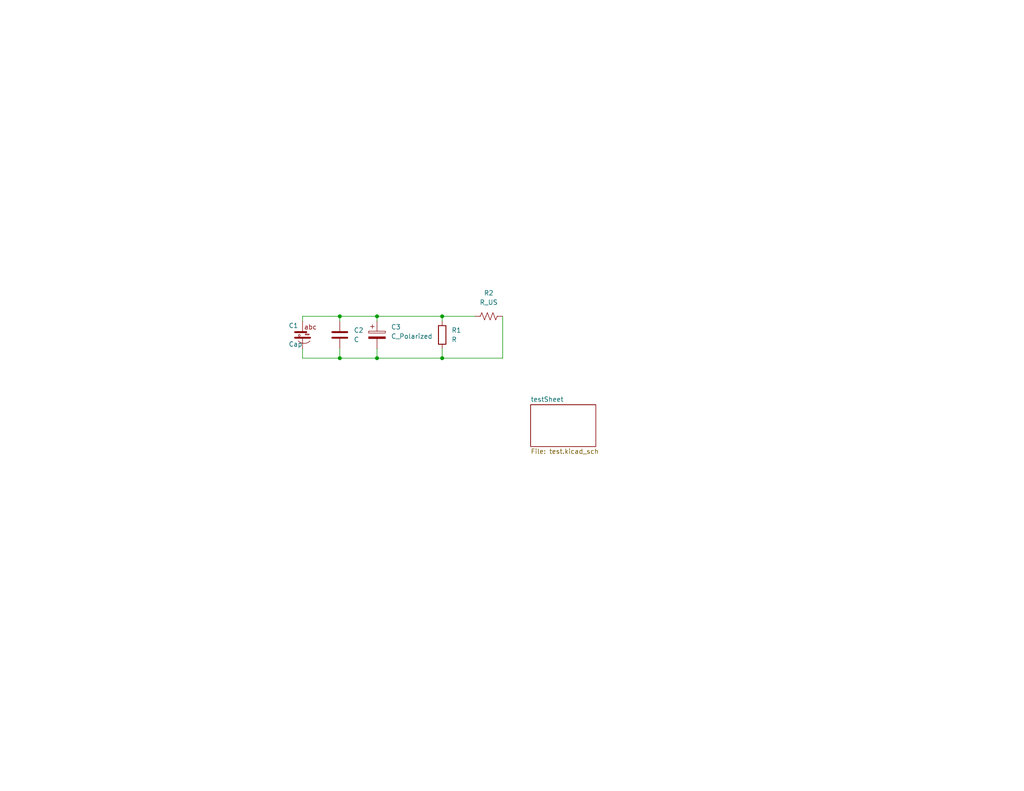
<source format=kicad_sch>
(kicad_sch (version 20211123) (generator eeschema)
  (paper "USLetter")
  (title_block (title "Test PCB - All Good Libraries") (date "2022-04-12"))
  (lib_symbols
    (symbol "Device:C" (pin_numbers hide) (pin_names (offset 0.254))
      (property "Reference" "C" (at 0.635 2.54 0))
      (property "Value" "C" (at 0.635 -2.54 0))
      (symbol "C_0_1"
        (polyline (pts (xy -2.032 -0.762) (xy 2.032 -0.762)) (stroke (width 0.508)))
        (polyline (pts (xy -2.032 0.762) (xy 2.032 0.762)) (stroke (width 0.508)))
      )
      (symbol "C_1_1"
        (pin passive line (at 0 3.81 270) (length 2.794) (name "~") (number "1"))
        (pin passive line (at 0 -3.81 90) (length 2.794) (name "~") (number "2"))
      )
    )
    (symbol "Device:C_Polarized" (pin_numbers hide) (pin_names (offset 0.254))
      (property "Reference" "C" (at 0.635 2.54 0))
      (property "Value" "C_Polarized" (at 0.635 -2.54 0))
      (symbol "C_Polarized_0_1"
        (rectangle (start -2.286 0.508) (end 2.286 1.016))
        (polyline (pts (xy -1.778 2.286) (xy -0.762 2.286)))
        (polyline (pts (xy -1.27 2.794) (xy -1.27 1.778)))
        (rectangle (start 2.286 -0.508) (end -2.286 -1.016) (fill (type outline)))
      )
      (symbol "C_Polarized_1_1"
        (pin passive line (at 0 3.81 270) (length 2.794) (name "~") (number "1"))
        (pin passive line (at 0 -3.81 90) (length 2.794) (name "~") (number "2"))
      )
    )
    (symbol "Device:R" (pin_numbers hide) (pin_names (offset 0))
      (property "Reference" "R" (at 2.032 0 90))
      (property "Value" "R" (at 0 0 90))
      (symbol "R_0_1"
        (rectangle (start -1.016 -2.54) (end 1.016 2.54) (stroke (width 0.254)))
      )
      (symbol "R_1_1"
        (pin passive line (at 0 3.81 270) (length 1.27) (name "~") (number "1"))
        (pin passive line (at 0 -3.81 90) (length 1.27) (name "~") (number "2"))
      )
    )
    (symbol "Device:R_US" (pin_numbers hide) (pin_names (offset 0))
      (property "Reference" "R" (at 2.54 0 90))
      (property "Value" "R_US" (at -2.54 0 90))
      (symbol "R_US_0_1"
        (polyline (pts (xy 0 -2.286) (xy 0 -2.54)))
        (polyline (pts (xy 0 2.286) (xy 0 2.54)))
        (polyline (pts (xy 0 -0.762) (xy 1.016 -1.143) (xy 0 -1.524) (xy -1.016 -1.905) (xy 0 -2.286)))
        (polyline (pts (xy 0 0.762) (xy 1.016 0.381) (xy 0 0) (xy -1.016 -0.381) (xy 0 -0.762)))
        (polyline (pts (xy 0 2.286) (xy 1.016 1.905) (xy 0 1.524) (xy -1.016 1.143) (xy 0 0.762)))
      )
      (symbol "R_US_1_1"
        (pin passive line (at 0 3.81 270) (length 1.27) (name "~") (number "1"))
        (pin passive line (at 0 -3.81 90) (length 1.27) (name "~") (number "2"))
      )
    )
    (symbol "test_lib:C" (pin_numbers hide) (pin_names (offset 0.254))
      (property "Reference" "C" (at 0.635 2.54 0))
      (property "Value" "C" (at 0.635 -2.54 0))
      (symbol "C_0_0"
        (text "abc" (at -2.159 2.159 0) (effects (font (size 1.27 1.27))))
      )
      (symbol "C_0_1"
        (arc (start -2.032 -1.651) (mid -0.4445 -2.3085) (end 1.143 -1.651))
        (rectangle (start -1.778 0) (end -0.762 0.254))
        (polyline (pts (xy -2.032 -0.762) (xy 2.032 -0.762)) (stroke (width 0.508)))
        (polyline (pts (xy -1.016 0.762) (xy 2.032 0.762)) (stroke (width 0.508)))
        (circle (center 0.889 -0.127) (radius 0.254))
      )
      (symbol "C_1_1"
        (pin passive line (at 0 3.81 270) (length 2.794) (name "~") (number "1"))
        (pin passive line (at 0 -3.81 90) (length 2.794) (name "~") (number "2"))
      )
    )
  )
  (junction (at 120.65 86.36))
  (junction (at 102.87 86.36))
  (junction (at 92.71 86.36))
  (junction (at 92.71 97.79))
  (junction (at 102.87 97.79))
  (junction (at 120.65 97.79))
  (wire (pts (xy 82.55 97.79) (xy 92.71 97.79)))
  (wire (pts (xy 120.65 86.36) (xy 129.54 86.36)))
  (wire (pts (xy 102.87 97.79) (xy 120.65 97.79)))
  (wire (pts (xy 137.16 86.36) (xy 137.16 97.79)))
  (wire (pts (xy 120.65 97.79) (xy 137.16 97.79)))
  (wire (pts (xy 120.65 86.36) (xy 120.65 87.63)))
  (wire (pts (xy 120.65 95.25) (xy 120.65 97.79)))
  (wire (pts (xy 102.87 86.36) (xy 102.87 87.63)))
  (wire (pts (xy 82.55 95.25) (xy 82.55 97.79)))
  (wire (pts (xy 120.65 86.36) (xy 102.87 86.36)))
  (wire (pts (xy 92.71 86.36) (xy 92.71 87.63)))
  (wire (pts (xy 92.71 86.36) (xy 82.55 86.36)))
  (wire (pts (xy 82.55 86.36) (xy 82.55 87.63)))
  (wire (pts (xy 92.71 97.79) (xy 102.87 97.79)))
  (wire (pts (xy 102.87 95.25) (xy 102.87 97.79)))
  (wire (pts (xy 92.71 95.25) (xy 92.71 97.79)))
  (wire (pts (xy 102.87 86.36) (xy 92.71 86.36)))
  (symbol (lib_id "Device:R_US") (at 133.35 86.36 90) (unit 1)
    (property "Reference" "R2" (at 133.35 80.01 90))
    (property "Value" "R_US" (at 133.35 82.55 90))
    (property "Footprint" "Resistor_SMD:R_4020_10251Metric_Pad1.65x5.30mm_HandSolder" (effects hide))
  )
  (symbol (lib_id "test_lib:C") (at 82.55 91.44 0) (mirror y) (unit 1)
    (property "Reference" "C1" (at 78.74 88.9 0) (effects (font (size 1.25 1.25)) (justify right)))
    (property "Value" "Cap" (at 78.74 93.98 0) (effects (justify right)))
    (property "Footprint" "test_lib:C_0805_MOD" (effects hide))
    (property "Datasheet" "www.example.com" (effects hide))
  )
  (symbol (lib_id "Device:R") (at 120.65 91.44 0) (unit 1)
    (property "Reference" "R1" (at 123.19 90.1699 0) (effects (justify left)))
    (property "Value" "R" (at 123.19 92.7099 0) (effects (justify left)))
    (property "Footprint" "Resistor_SMD:R_0612_1632Metric_Pad1.18x3.40mm_HandSolder" (effects hide))
  )
  (symbol (lib_id "Device:C") (at 92.71 91.44 0) (unit 1)
    (property "Reference" "C2" (at 96.52 90.1699 0) (effects (justify left)))
    (property "Value" "C" (at 96.52 92.7099 0) (effects (justify left)))
    (property "Footprint" "Capacitor_SMD:C_2220_5650Metric_Pad1.97x5.40mm_HandSolder" (effects hide))
  )
  (symbol (lib_id "Device:C_Polarized") (at 102.87 91.44 0) (unit 1)
    (property "Reference" "C3" (at 106.68 89.2809 0) (effects (justify left)))
    (property "Value" "C_Polarized" (at 106.68 91.8209 0) (effects (justify left)))
    (property "Footprint" "Capacitor_SMD:CP_Elec_6.3x5.3" (effects hide))
  )
  (sheet (at 144.78 110.49) (size 17.78 11.43) (stroke (width 0.1524))
    (property "Sheet name" "testSheet" (at 144.78 109.7784 0) (effects (justify left bottom)))
    (property "Sheet file" "test.kicad_sch" (at 144.78 122.5046 0) (effects (justify left top)))
  )
)
</source>
